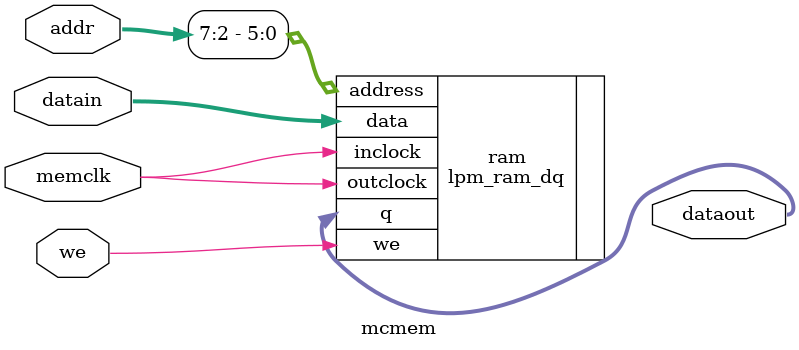
<source format=v>
/************************************************
  The Verilog HDL code example is from the book
  Computer Principles and Design in Verilog HDL
  by Yamin Li, published by A JOHN WILEY & SONS
************************************************/
module mcmem (dataout,datain,addr,we,memclk);             // memory (sram)
    input  [31:0] datain;                                 // mem data input
    input  [31:0] addr;                                   // mem address
    input         we;                                     // write enable
    input         memclk;                                 // sync ram clock
    output [31:0] dataout;                                // mem data output
    lpm_ram_dq ram (.data(datain),                        // data in
                    .address(addr[7:2]),                  // word address
                    .we(we),                              // write enable
                    .inclock(memclk),                     // in reg clock
                    .outclock(memclk),                    // out reg clock
                    .q(dataout));                         // mem data out
    defparam ram.lpm_width           = 32;                // data: 32 bits
    defparam ram.lpm_widthad         = 6;                 // 2^6 = 64 words
    defparam ram.lpm_file            = "mcmem.hex";       // mem init file
    defparam ram.lpm_indata          = "REGISTERED";      // in reg (data)
    defparam ram.lpm_outdata         = "REGISTERED";      // out reg (data)
    defparam ram.lpm_address_control = "REGISTERED";      // in reg (a, we)
endmodule

</source>
